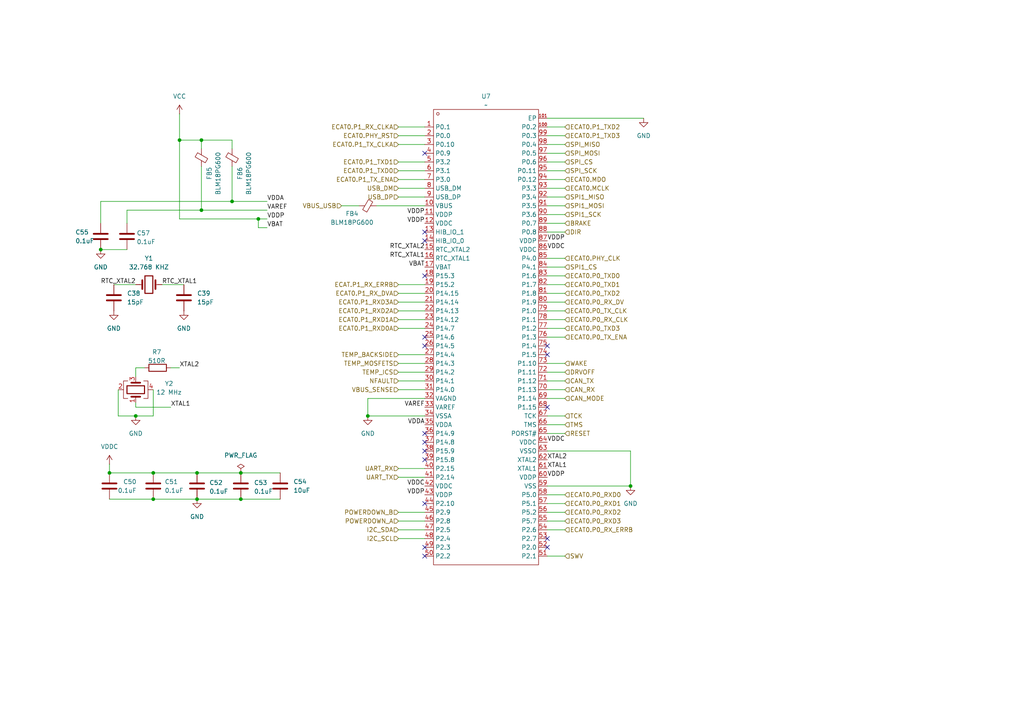
<source format=kicad_sch>
(kicad_sch (version 20231120) (generator "eeschema") (generator_version "8.0")
  (paper "A4")
  (lib_symbols
    (symbol "Device:C" (pin_numbers hide) (pin_names (offset 0.254))
      (property "Reference" "C" (at 0.635 2.54 0))
      (property "Value" "C" (at 0.635 -2.54 0))
      (symbol "C_0_1"
        (polyline (pts (xy -2.032 -0.762) (xy 2.032 -0.762)) (stroke (width 0.508)))
        (polyline (pts (xy -2.032 0.762) (xy 2.032 0.762)) (stroke (width 0.508)))
      )
      (symbol "C_1_1"
        (pin passive line (at 0 3.81 270) (length 2.794) (name "~") (number "1"))
        (pin passive line (at 0 -3.81 90) (length 2.794) (name "~") (number "2"))
      )
    )
    (symbol "Device:Crystal" (pin_numbers hide) (pin_names (offset 1.016) hide)
      (property "Reference" "Y" (at 0 3.81 0))
      (property "Value" "Crystal" (at 0 -3.81 0))
      (symbol "Crystal_0_1"
        (rectangle (start -1.143 2.54) (end 1.143 -2.54) (stroke (width 0.3048)))
        (polyline (pts (xy -2.54 0) (xy -1.905 0)))
        (polyline (pts (xy -1.905 -1.27) (xy -1.905 1.27)) (stroke (width 0.508)))
        (polyline (pts (xy 1.905 -1.27) (xy 1.905 1.27)) (stroke (width 0.508)))
        (polyline (pts (xy 2.54 0) (xy 1.905 0)))
      )
      (symbol "Crystal_1_1"
        (pin passive line (at -3.81 0 0) (length 1.27) (name "1") (number "1"))
        (pin passive line (at 3.81 0 180) (length 1.27) (name "2") (number "2"))
      )
    )
    (symbol "Device:Crystal_GND24" (pin_names (offset 1.016) hide)
      (property "Reference" "Y" (at 3.175 5.08 0))
      (property "Value" "Crystal_GND24" (at 3.175 3.175 0))
      (symbol "Crystal_GND24_0_1"
        (rectangle (start -1.143 2.54) (end 1.143 -2.54) (stroke (width 0.3048)))
        (polyline (pts (xy -2.54 0) (xy -2.032 0)))
        (polyline (pts (xy -2.032 -1.27) (xy -2.032 1.27)) (stroke (width 0.508)))
        (polyline (pts (xy 0 -3.81) (xy 0 -3.556)))
        (polyline (pts (xy 0 3.556) (xy 0 3.81)))
        (polyline (pts (xy 2.032 -1.27) (xy 2.032 1.27)) (stroke (width 0.508)))
        (polyline (pts (xy 2.032 0) (xy 2.54 0)))
        (polyline (pts (xy -2.54 -2.286) (xy -2.54 -3.556) (xy 2.54 -3.556) (xy 2.54 -2.286)))
        (polyline (pts (xy -2.54 2.286) (xy -2.54 3.556) (xy 2.54 3.556) (xy 2.54 2.286)))
      )
      (symbol "Crystal_GND24_1_1"
        (pin passive line (at -3.81 0 0) (length 1.27) (name "1") (number "1"))
        (pin passive line (at 0 5.08 270) (length 1.27) (name "2") (number "2"))
        (pin passive line (at 3.81 0 180) (length 1.27) (name "3") (number "3"))
        (pin passive line (at 0 -5.08 90) (length 1.27) (name "4") (number "4"))
      )
    )
    (symbol "Device:FerriteBead_Small" (pin_numbers hide) (pin_names (offset 0))
      (property "Reference" "FB" (at 1.905 1.27 0))
      (property "Value" "FerriteBead_Small" (at 1.905 -1.27 0))
      (symbol "FerriteBead_Small_0_1"
        (polyline (pts (xy 0 -1.27) (xy 0 -0.7874)))
        (polyline (pts (xy 0 0.889) (xy 0 1.2954)))
        (polyline (pts (xy -1.8288 0.2794) (xy -1.1176 1.4986) (xy 1.8288 -0.2032) (xy 1.1176 -1.4224) (xy -1.8288 0.2794)))
      )
      (symbol "FerriteBead_Small_1_1"
        (pin passive line (at 0 2.54 270) (length 1.27) (name "~") (number "1"))
        (pin passive line (at 0 -2.54 90) (length 1.27) (name "~") (number "2"))
      )
    )
    (symbol "Device:R" (pin_numbers hide) (pin_names (offset 0))
      (property "Reference" "R" (at 2.032 0 90))
      (property "Value" "R" (at 0 0 90))
      (symbol "R_0_1"
        (rectangle (start -1.016 -2.54) (end 1.016 2.54) (stroke (width 0.254)))
      )
      (symbol "R_1_1"
        (pin passive line (at 0 3.81 270) (length 1.27) (name "~") (number "1"))
        (pin passive line (at 0 -3.81 90) (length 1.27) (name "~") (number "2"))
      )
    )
    (symbol "XMC4800:XMC4800F100K1024AAXQMA1"
      (property "Reference" "U" (at 0 0 0))
      (symbol "XMC4800F100K1024AAXQMA1_1_0"
        (rectangle (start -15.24 -66.04) (end 15.24 66.04))
        (circle (center -13.97 64.77) (radius 0.381))
        (pin passive line (at -17.78 60.96 0) (length 2.54) (name "P0.1") (number "1"))
        (pin passive line (at -17.78 38.1 0) (length 2.54) (name "VBUS") (number "10"))
        (pin passive line (at 17.78 60.96 180) (length 2.54) (name "P0.2") (number "100"))
        (pin passive line (at 17.78 63.5 180) (length 2.54) (name "EP") (number "101"))
        (pin passive line (at -17.78 35.56 0) (length 2.54) (name "VDDP") (number "11"))
        (pin passive line (at -17.78 33.02 0) (length 2.54) (name "VDDC") (number "12"))
        (pin passive line (at -17.78 30.48 0) (length 2.54) (name "HIB_IO_1") (number "13"))
        (pin passive line (at -17.78 27.94 0) (length 2.54) (name "HIB_IO_0") (number "14"))
        (pin passive line (at -17.78 25.4 0) (length 2.54) (name "RTC_XTAL2") (number "15"))
        (pin passive line (at -17.78 22.86 0) (length 2.54) (name "RTC_XTAL1") (number "16"))
        (pin passive line (at -17.78 20.32 0) (length 2.54) (name "VBAT") (number "17"))
        (pin passive line (at -17.78 17.78 0) (length 2.54) (name "P15.3") (number "18"))
        (pin passive line (at -17.78 15.24 0) (length 2.54) (name "P15.2") (number "19"))
        (pin passive line (at -17.78 58.42 0) (length 2.54) (name "P0.0") (number "2"))
        (pin passive line (at -17.78 12.7 0) (length 2.54) (name "P14.15") (number "20"))
        (pin passive line (at -17.78 10.16 0) (length 2.54) (name "P14.14") (number "21"))
        (pin passive line (at -17.78 7.62 0) (length 2.54) (name "P14.13") (number "22"))
        (pin passive line (at -17.78 5.08 0) (length 2.54) (name "P14.12") (number "23"))
        (pin passive line (at -17.78 2.54 0) (length 2.54) (name "P14.7") (number "24"))
        (pin passive line (at -17.78 0 0) (length 2.54) (name "P14.6") (number "25"))
        (pin passive line (at -17.78 -2.54 0) (length 2.54) (name "P14.5") (number "26"))
        (pin passive line (at -17.78 -5.08 0) (length 2.54) (name "P14.4") (number "27"))
        (pin passive line (at -17.78 -7.62 0) (length 2.54) (name "P14.3") (number "28"))
        (pin passive line (at -17.78 -10.16 0) (length 2.54) (name "P14.2") (number "29"))
        (pin passive line (at -17.78 55.88 0) (length 2.54) (name "P0.10") (number "3"))
        (pin passive line (at -17.78 -12.7 0) (length 2.54) (name "P14.1") (number "30"))
        (pin passive line (at -17.78 -15.24 0) (length 2.54) (name "P14.0") (number "31"))
        (pin passive line (at -17.78 -17.78 0) (length 2.54) (name "VAGND") (number "32"))
        (pin passive line (at -17.78 -20.32 0) (length 2.54) (name "VAREF") (number "33"))
        (pin passive line (at -17.78 -22.86 0) (length 2.54) (name "VSSA") (number "34"))
        (pin passive line (at -17.78 -25.4 0) (length 2.54) (name "VDDA") (number "35"))
        (pin passive line (at -17.78 -27.94 0) (length 2.54) (name "P14.9") (number "36"))
        (pin passive line (at -17.78 -30.48 0) (length 2.54) (name "P14.8") (number "37"))
        (pin passive line (at -17.78 -33.02 0) (length 2.54) (name "P15.9") (number "38"))
        (pin passive line (at -17.78 -35.56 0) (length 2.54) (name "P15.8") (number "39"))
        (pin passive line (at -17.78 53.34 0) (length 2.54) (name "P0.9") (number "4"))
        (pin passive line (at -17.78 -38.1 0) (length 2.54) (name "P2.15") (number "40"))
        (pin passive line (at -17.78 -40.64 0) (length 2.54) (name "P2.14") (number "41"))
        (pin passive line (at -17.78 -43.18 0) (length 2.54) (name "VDDC") (number "42"))
        (pin passive line (at -17.78 -45.72 0) (length 2.54) (name "VDDP") (number "43"))
        (pin passive line (at -17.78 -48.26 0) (length 2.54) (name "P2.10") (number "44"))
        (pin passive line (at -17.78 -50.8 0) (length 2.54) (name "P2.9") (number "45"))
        (pin passive line (at -17.78 -53.34 0) (length 2.54) (name "P2.8") (number "46"))
        (pin passive line (at -17.78 -55.88 0) (length 2.54) (name "P2.5") (number "47"))
        (pin passive line (at -17.78 -58.42 0) (length 2.54) (name "P2.4") (number "48"))
        (pin passive line (at -17.78 -60.96 0) (length 2.54) (name "P2.3") (number "49"))
        (pin passive line (at -17.78 50.8 0) (length 2.54) (name "P3.2") (number "5"))
        (pin passive line (at -17.78 -63.5 0) (length 2.54) (name "P2.2") (number "50"))
        (pin passive line (at 17.78 -63.5 180) (length 2.54) (name "P2.1") (number "51"))
        (pin passive line (at 17.78 -60.96 180) (length 2.54) (name "P2.0") (number "52"))
        (pin passive line (at 17.78 -58.42 180) (length 2.54) (name "P2.7") (number "53"))
        (pin passive line (at 17.78 -55.88 180) (length 2.54) (name "P2.6") (number "54"))
        (pin passive line (at 17.78 -53.34 180) (length 2.54) (name "P5.7") (number "55"))
        (pin passive line (at 17.78 -50.8 180) (length 2.54) (name "P5.2") (number "56"))
        (pin passive line (at 17.78 -48.26 180) (length 2.54) (name "P5.1") (number "57"))
        (pin passive line (at 17.78 -45.72 180) (length 2.54) (name "P5.0") (number "58"))
        (pin passive line (at 17.78 -43.18 180) (length 2.54) (name "VSS") (number "59"))
        (pin passive line (at -17.78 48.26 0) (length 2.54) (name "P3.1") (number "6"))
        (pin passive line (at 17.78 -40.64 180) (length 2.54) (name "VDDP") (number "60"))
        (pin passive line (at 17.78 -38.1 180) (length 2.54) (name "XTAL1") (number "61"))
        (pin passive line (at 17.78 -35.56 180) (length 2.54) (name "XTAL2") (number "62"))
        (pin passive line (at 17.78 -33.02 180) (length 2.54) (name "VSSO") (number "63"))
        (pin passive line (at 17.78 -30.48 180) (length 2.54) (name "VDDC") (number "64"))
        (pin passive line (at 17.78 -27.94 180) (length 2.54) (name "PORST#") (number "65"))
        (pin passive line (at 17.78 -25.4 180) (length 2.54) (name "TMS") (number "66"))
        (pin passive line (at 17.78 -22.86 180) (length 2.54) (name "TCK") (number "67"))
        (pin passive line (at 17.78 -20.32 180) (length 2.54) (name "P1.15") (number "68"))
        (pin passive line (at 17.78 -17.78 180) (length 2.54) (name "P1.14") (number "69"))
        (pin passive line (at -17.78 45.72 0) (length 2.54) (name "P3.0") (number "7"))
        (pin passive line (at 17.78 -15.24 180) (length 2.54) (name "P1.13") (number "70"))
        (pin passive line (at 17.78 -12.7 180) (length 2.54) (name "P1.12") (number "71"))
        (pin passive line (at 17.78 -10.16 180) (length 2.54) (name "P1.11") (number "72"))
        (pin passive line (at 17.78 -7.62 180) (length 2.54) (name "P1.10") (number "73"))
        (pin passive line (at 17.78 -5.08 180) (length 2.54) (name "P1.5") (number "74"))
        (pin passive line (at 17.78 -2.54 180) (length 2.54) (name "P1.4") (number "75"))
        (pin passive line (at 17.78 0 180) (length 2.54) (name "P1.3") (number "76"))
        (pin passive line (at 17.78 2.54 180) (length 2.54) (name "P1.2") (number "77"))
        (pin passive line (at 17.78 5.08 180) (length 2.54) (name "P1.1") (number "78"))
        (pin passive line (at 17.78 7.62 180) (length 2.54) (name "P1.0") (number "79"))
        (pin passive line (at -17.78 43.18 0) (length 2.54) (name "USB_DM") (number "8"))
        (pin passive line (at 17.78 10.16 180) (length 2.54) (name "P1.9") (number "80"))
        (pin passive line (at 17.78 12.7 180) (length 2.54) (name "P1.8") (number "81"))
        (pin passive line (at 17.78 15.24 180) (length 2.54) (name "P1.7") (number "82"))
        (pin passive line (at 17.78 17.78 180) (length 2.54) (name "P1.6") (number "83"))
        (pin passive line (at 17.78 20.32 180) (length 2.54) (name "P4.1") (number "84"))
        (pin passive line (at 17.78 22.86 180) (length 2.54) (name "P4.0") (number "85"))
        (pin passive line (at 17.78 25.4 180) (length 2.54) (name "VDDC") (number "86"))
        (pin passive line (at 17.78 27.94 180) (length 2.54) (name "VDDP") (number "87"))
        (pin passive line (at 17.78 30.48 180) (length 2.54) (name "P0.8") (number "88"))
        (pin passive line (at 17.78 33.02 180) (length 2.54) (name "P0.7") (number "89"))
        (pin passive line (at -17.78 40.64 0) (length 2.54) (name "USB_DP") (number "9"))
        (pin passive line (at 17.78 35.56 180) (length 2.54) (name "P3.6") (number "90"))
        (pin passive line (at 17.78 38.1 180) (length 2.54) (name "P3.5") (number "91"))
        (pin passive line (at 17.78 40.64 180) (length 2.54) (name "P3.4") (number "92"))
        (pin passive line (at 17.78 43.18 180) (length 2.54) (name "P3.3") (number "93"))
        (pin passive line (at 17.78 45.72 180) (length 2.54) (name "P0.12") (number "94"))
        (pin passive line (at 17.78 48.26 180) (length 2.54) (name "P0.11") (number "95"))
        (pin passive line (at 17.78 50.8 180) (length 2.54) (name "P0.6") (number "96"))
        (pin passive line (at 17.78 53.34 180) (length 2.54) (name "P0.5") (number "97"))
        (pin passive line (at 17.78 55.88 180) (length 2.54) (name "P0.4") (number "98"))
        (pin passive line (at 17.78 58.42 180) (length 2.54) (name "P0.3") (number "99"))
      )
    )
    (symbol "power:GND" (power) (pin_numbers hide) (pin_names (offset 0) hide)
      (property "Value" "GND" (at 0 -3.81 0))
      (symbol "GND_0_1"
        (polyline (pts (xy 0 0) (xy 0 -1.27) (xy 1.27 -1.27) (xy 0 -2.54) (xy -1.27 -1.27) (xy 0 -1.27)))
      )
      (symbol "GND_1_1"
        (pin power_in line (at 0 0 270) (length 0) (name "~") (number "1"))
      )
    )
    (symbol "power:PWR_FLAG" (power) (pin_numbers hide) (pin_names (offset 0) hide)
      (property "Value" "PWR_FLAG" (at 0 3.81 0))
      (symbol "PWR_FLAG_0_0"
        (pin power_out line (at 0 0 90) (length 0) (name "~") (number "1"))
      )
      (symbol "PWR_FLAG_0_1"
        (polyline (pts (xy 0 0) (xy 0 1.27) (xy -1.016 1.905) (xy 0 2.54) (xy 1.016 1.905) (xy 0 1.27)))
      )
    )
    (symbol "power:VCC" (power) (pin_numbers hide) (pin_names (offset 0) hide)
      (property "Value" "VCC" (at 0 3.556 0))
      (symbol "VCC_0_1"
        (polyline (pts (xy -0.762 1.27) (xy 0 2.54)))
        (polyline (pts (xy 0 0) (xy 0 2.54)))
        (polyline (pts (xy 0 2.54) (xy 0.762 1.27)))
      )
      (symbol "VCC_1_1"
        (pin power_in line (at 0 0 90) (length 0) (name "~") (number "1"))
      )
    )
    (symbol "power:VDD" (power) (pin_numbers hide) (pin_names (offset 0) hide)
      (property "Value" "VDD" (at 0 3.556 0))
      (symbol "VDD_0_1"
        (polyline (pts (xy -0.762 1.27) (xy 0 2.54)))
        (polyline (pts (xy 0 0) (xy 0 2.54)))
        (polyline (pts (xy 0 2.54) (xy 0.762 1.27)))
      )
      (symbol "VDD_1_1"
        (pin power_in line (at 0 0 90) (length 0) (name "~") (number "1"))
      )
    )
  )
  (junction (at 44.45 144.78))
  (junction (at 106.68 120.65))
  (junction (at 57.15 144.78))
  (junction (at 31.75 137.16))
  (junction (at 67.31 58.42))
  (junction (at 39.37 120.65))
  (junction (at 58.42 40.64))
  (junction (at 44.45 137.16))
  (junction (at 182.88 140.97))
  (junction (at 58.42 60.96))
  (junction (at 69.85 144.78))
  (junction (at 57.15 137.16))
  (junction (at 52.07 40.64))
  (junction (at 69.85 137.16))
  (junction (at 74.93 63.5))
  (junction (at 29.21 72.39))
  (no_connect (at 123.19 100.33))
  (no_connect (at 123.19 80.01))
  (no_connect (at 123.19 97.79))
  (no_connect (at 123.19 146.05))
  (no_connect (at 123.19 128.27))
  (no_connect (at 123.19 130.81))
  (no_connect (at 123.19 67.31))
  (no_connect (at 158.75 100.33))
  (no_connect (at 123.19 125.73))
  (no_connect (at 158.75 118.11))
  (no_connect (at 123.19 161.29))
  (no_connect (at 123.19 133.35))
  (no_connect (at 158.75 156.21))
  (no_connect (at 123.19 158.75))
  (no_connect (at 158.75 102.87))
  (no_connect (at 158.75 158.75))
  (no_connect (at 123.19 44.45))
  (no_connect (at 123.19 69.85))
  (wire (pts (xy 29.21 72.39) (xy 36.83 72.39)))
  (wire (pts (xy 163.83 97.79) (xy 158.75 97.79)))
  (wire (pts (xy 115.57 54.61) (xy 123.19 54.61)))
  (wire (pts (xy 115.57 95.25) (xy 123.19 95.25)))
  (wire (pts (xy 99.06 59.69) (xy 104.14 59.69)))
  (wire (pts (xy 163.83 113.03) (xy 158.75 113.03)))
  (wire (pts (xy 46.99 82.55) (xy 53.34 82.55)))
  (wire (pts (xy 29.21 58.42) (xy 67.31 58.42)))
  (wire (pts (xy 36.83 60.96) (xy 58.42 60.96)))
  (wire (pts (xy 34.29 113.03) (xy 34.29 120.65)))
  (wire (pts (xy 115.57 82.55) (xy 123.19 82.55)))
  (wire (pts (xy 58.42 48.26) (xy 58.42 60.96)))
  (wire (pts (xy 163.83 59.69) (xy 158.75 59.69)))
  (wire (pts (xy 115.57 41.91) (xy 123.19 41.91)))
  (wire (pts (xy 39.37 120.65) (xy 44.45 120.65)))
  (wire (pts (xy 163.83 161.29) (xy 158.75 161.29)))
  (wire (pts (xy 39.37 106.68) (xy 41.91 106.68)))
  (wire (pts (xy 158.75 140.97) (xy 182.88 140.97)))
  (wire (pts (xy 163.83 49.53) (xy 158.75 49.53)))
  (wire (pts (xy 163.83 80.01) (xy 158.75 80.01)))
  (wire (pts (xy 115.57 107.95) (xy 123.19 107.95)))
  (wire (pts (xy 115.57 135.89) (xy 123.19 135.89)))
  (wire (pts (xy 115.57 156.21) (xy 123.19 156.21)))
  (wire (pts (xy 163.83 36.83) (xy 158.75 36.83)))
  (wire (pts (xy 115.57 49.53) (xy 123.19 49.53)))
  (wire (pts (xy 115.57 148.59) (xy 123.19 148.59)))
  (wire (pts (xy 74.93 63.5) (xy 74.93 66.04)))
  (wire (pts (xy 31.75 134.62) (xy 31.75 137.16)))
  (wire (pts (xy 74.93 63.5) (xy 77.47 63.5)))
  (wire (pts (xy 115.57 52.07) (xy 123.19 52.07)))
  (wire (pts (xy 39.37 118.11) (xy 49.53 118.11)))
  (wire (pts (xy 163.83 82.55) (xy 158.75 82.55)))
  (wire (pts (xy 115.57 90.17) (xy 123.19 90.17)))
  (wire (pts (xy 163.83 107.95) (xy 158.75 107.95)))
  (wire (pts (xy 115.57 105.41) (xy 123.19 105.41)))
  (wire (pts (xy 52.07 40.64) (xy 52.07 63.5)))
  (wire (pts (xy 163.83 67.31) (xy 158.75 67.31)))
  (wire (pts (xy 163.83 90.17) (xy 158.75 90.17)))
  (wire (pts (xy 115.57 85.09) (xy 123.19 85.09)))
  (wire (pts (xy 163.83 105.41) (xy 158.75 105.41)))
  (wire (pts (xy 163.83 64.77) (xy 158.75 64.77)))
  (wire (pts (xy 163.83 44.45) (xy 158.75 44.45)))
  (wire (pts (xy 163.83 57.15) (xy 158.75 57.15)))
  (wire (pts (xy 58.42 60.96) (xy 77.47 60.96)))
  (wire (pts (xy 106.68 115.57) (xy 106.68 120.65)))
  (wire (pts (xy 58.42 40.64) (xy 67.31 40.64)))
  (wire (pts (xy 163.83 95.25) (xy 158.75 95.25)))
  (wire (pts (xy 69.85 137.16) (xy 81.28 137.16)))
  (wire (pts (xy 163.83 120.65) (xy 158.75 120.65)))
  (wire (pts (xy 163.83 92.71) (xy 158.75 92.71)))
  (wire (pts (xy 115.57 151.13) (xy 123.19 151.13)))
  (wire (pts (xy 44.45 120.65) (xy 44.45 113.03)))
  (wire (pts (xy 163.83 153.67) (xy 158.75 153.67)))
  (wire (pts (xy 115.57 153.67) (xy 123.19 153.67)))
  (wire (pts (xy 58.42 40.64) (xy 58.42 43.18)))
  (wire (pts (xy 29.21 58.42) (xy 29.21 64.77)))
  (wire (pts (xy 67.31 40.64) (xy 67.31 43.18)))
  (wire (pts (xy 106.68 120.65) (xy 123.19 120.65)))
  (wire (pts (xy 52.07 40.64) (xy 58.42 40.64)))
  (wire (pts (xy 115.57 57.15) (xy 123.19 57.15)))
  (wire (pts (xy 57.15 144.78) (xy 69.85 144.78)))
  (wire (pts (xy 163.83 110.49) (xy 158.75 110.49)))
  (wire (pts (xy 57.15 137.16) (xy 69.85 137.16)))
  (wire (pts (xy 44.45 137.16) (xy 57.15 137.16)))
  (wire (pts (xy 34.29 120.65) (xy 39.37 120.65)))
  (wire (pts (xy 163.83 41.91) (xy 158.75 41.91)))
  (wire (pts (xy 44.45 144.78) (xy 57.15 144.78)))
  (wire (pts (xy 115.57 113.03) (xy 123.19 113.03)))
  (wire (pts (xy 182.88 130.81) (xy 182.88 140.97)))
  (wire (pts (xy 163.83 148.59) (xy 158.75 148.59)))
  (wire (pts (xy 163.83 46.99) (xy 158.75 46.99)))
  (wire (pts (xy 163.83 123.19) (xy 158.75 123.19)))
  (wire (pts (xy 163.83 146.05) (xy 158.75 146.05)))
  (wire (pts (xy 115.57 36.83) (xy 123.19 36.83)))
  (wire (pts (xy 163.83 143.51) (xy 158.75 143.51)))
  (wire (pts (xy 115.57 138.43) (xy 123.19 138.43)))
  (wire (pts (xy 123.19 115.57) (xy 106.68 115.57)))
  (wire (pts (xy 52.07 106.68) (xy 49.53 106.68)))
  (wire (pts (xy 115.57 87.63) (xy 123.19 87.63)))
  (wire (pts (xy 163.83 39.37) (xy 158.75 39.37)))
  (wire (pts (xy 67.31 48.26) (xy 67.31 58.42)))
  (wire (pts (xy 163.83 151.13) (xy 158.75 151.13)))
  (wire (pts (xy 115.57 92.71) (xy 123.19 92.71)))
  (wire (pts (xy 31.75 137.16) (xy 44.45 137.16)))
  (wire (pts (xy 163.83 77.47) (xy 158.75 77.47)))
  (wire (pts (xy 158.75 34.29) (xy 186.69 34.29)))
  (wire (pts (xy 163.83 62.23) (xy 158.75 62.23)))
  (wire (pts (xy 67.31 58.42) (xy 77.47 58.42)))
  (wire (pts (xy 163.83 74.93) (xy 158.75 74.93)))
  (wire (pts (xy 163.83 115.57) (xy 158.75 115.57)))
  (wire (pts (xy 163.83 54.61) (xy 158.75 54.61)))
  (wire (pts (xy 52.07 63.5) (xy 74.93 63.5)))
  (wire (pts (xy 115.57 102.87) (xy 123.19 102.87)))
  (wire (pts (xy 163.83 52.07) (xy 158.75 52.07)))
  (wire (pts (xy 163.83 125.73) (xy 158.75 125.73)))
  (wire (pts (xy 158.75 130.81) (xy 182.88 130.81)))
  (wire (pts (xy 74.93 66.04) (xy 77.47 66.04)))
  (wire (pts (xy 69.85 144.78) (xy 81.28 144.78)))
  (wire (pts (xy 163.83 85.09) (xy 158.75 85.09)))
  (wire (pts (xy 163.83 87.63) (xy 158.75 87.63)))
  (wire (pts (xy 39.37 116.84) (xy 39.37 118.11)))
  (wire (pts (xy 115.57 110.49) (xy 123.19 110.49)))
  (wire (pts (xy 31.75 144.78) (xy 44.45 144.78)))
  (wire (pts (xy 115.57 39.37) (xy 123.19 39.37)))
  (wire (pts (xy 109.22 59.69) (xy 123.19 59.69)))
  (wire (pts (xy 52.07 33.02) (xy 52.07 40.64)))
  (wire (pts (xy 36.83 60.96) (xy 36.83 64.77)))
  (wire (pts (xy 115.57 46.99) (xy 123.19 46.99)))
  (wire (pts (xy 33.02 82.55) (xy 39.37 82.55)))
  (wire (pts (xy 39.37 109.22) (xy 39.37 106.68)))
  (label "XTAL1" (at 49.53 118.11 0))
  (label "VDDP" (at 123.19 62.23 180))
  (label "VDDP" (at 77.47 63.5 0))
  (label "VDDC" (at 158.75 72.39 0))
  (label "RTC_XTAL2" (at 123.19 72.39 180))
  (label "XTAL1" (at 158.75 135.89 0))
  (label "VAREF" (at 123.19 118.11 180))
  (label "VDDP" (at 123.19 143.51 180))
  (label "VBAT" (at 123.19 77.47 180))
  (label "RTC_XTAL2" (at 39.37 82.55 180))
  (label "VDDP" (at 123.19 64.77 180))
  (label "VAREF" (at 77.47 60.96 0))
  (label "RTC_XTAL1" (at 46.99 82.55 0))
  (label "VBAT" (at 77.47 66.04 0))
  (label "VDDP" (at 158.75 69.85 0))
  (label "VDDC" (at 123.19 140.97 180))
  (label "VDDC" (at 158.75 128.27 0))
  (label "VDDP" (at 158.75 138.43 0))
  (label "RTC_XTAL1" (at 123.19 74.93 180))
  (label "XTAL2" (at 158.75 133.35 0))
  (label "VDDA" (at 123.19 123.19 180))
  (label "VDDA" (at 77.47 58.42 0))
  (label "XTAL2" (at 52.07 106.68 0))
  (hierarchical_label "ECAT0.P0_RXD3" (shape input) (at 163.83 151.13 0))
  (hierarchical_label "ECAT0.P0_TXD0" (shape input) (at 163.83 80.01 0))
  (hierarchical_label "ECAT0.P0_TXD3" (shape input) (at 163.83 95.25 0))
  (hierarchical_label "ECAT0.P0_RX_ERRB" (shape input) (at 163.83 153.67 0))
  (hierarchical_label "TMS" (shape input) (at 163.83 123.19 0))
  (hierarchical_label "I2C_SCL" (shape input) (at 115.57 156.21 180))
  (hierarchical_label "ECAT0.P0_RXD2" (shape input) (at 163.83 148.59 0))
  (hierarchical_label "ECAT0.P0_TXD2" (shape input) (at 163.83 85.09 0))
  (hierarchical_label "ECAT0.P0_RX_DV" (shape input) (at 163.83 87.63 0))
  (hierarchical_label "UART_RX" (shape input) (at 115.57 135.89 180))
  (hierarchical_label "CAN_RX" (shape input) (at 163.83 113.03 0))
  (hierarchical_label "NFAULT" (shape input) (at 115.57 110.49 180))
  (hierarchical_label "TEMP_BACKSIDE" (shape input) (at 115.57 102.87 180))
  (hierarchical_label "ECAT0.MDO" (shape input) (at 163.83 52.07 0))
  (hierarchical_label "ECAT0.P0_TXD1" (shape input) (at 163.83 82.55 0))
  (hierarchical_label "ECAT0.P0_TX_ENA" (shape input) (at 163.83 97.79 0))
  (hierarchical_label "ECAT.P1_RX_ERRB" (shape input) (at 115.57 82.55 180))
  (hierarchical_label "SPI_MISO" (shape input) (at 163.83 41.91 0))
  (hierarchical_label "TCK" (shape input) (at 163.83 120.65 0))
  (hierarchical_label "ECAT0.P0_RXD0" (shape input) (at 163.83 143.51 0))
  (hierarchical_label "SPI_CS" (shape input) (at 163.83 46.99 0))
  (hierarchical_label "CAN_MODE" (shape input) (at 163.83 115.57 0))
  (hierarchical_label "ECAT0.P0_TX_CLK" (shape input) (at 163.83 90.17 0))
  (hierarchical_label "ECAT0.P0_RX_CLK" (shape input) (at 163.83 92.71 0))
  (hierarchical_label "SPI1_SCK" (shape input) (at 163.83 62.23 0))
  (hierarchical_label "POWERDOWN_B" (shape input) (at 115.57 148.59 180))
  (hierarchical_label "TEMP_MOSFETS" (shape input) (at 115.57 105.41 180))
  (hierarchical_label "DIR" (shape input) (at 163.83 67.31 0))
  (hierarchical_label "RESET" (shape input) (at 163.83 125.73 0))
  (hierarchical_label "SPI1_CS" (shape input) (at 163.83 77.47 0))
  (hierarchical_label "VBUS_USB" (shape input) (at 99.06 59.69 180))
  (hierarchical_label "DRVOFF" (shape input) (at 163.83 107.95 0))
  (hierarchical_label "ECAT0.P1_TXD2" (shape input) (at 163.83 36.83 0))
  (hierarchical_label "ECAT0.P1_TXD1" (shape input) (at 115.57 46.99 180))
  (hierarchical_label "WAKE" (shape input) (at 163.83 105.41 0))
  (hierarchical_label "ECAT0.P1_TXD0" (shape input) (at 115.57 49.53 180))
  (hierarchical_label "ECAT0.P1_RXD0A" (shape input) (at 115.57 95.25 180))
  (hierarchical_label "BRAKE" (shape input) (at 163.83 64.77 0))
  (hierarchical_label "ECAT0.PHY_CLK" (shape input) (at 163.83 74.93 0))
  (hierarchical_label "CAN_TX" (shape input) (at 163.83 110.49 0))
  (hierarchical_label "ECAT0.P1_TX_ENA" (shape input) (at 115.57 52.07 180))
  (hierarchical_label "ECAT0.P1_RXD2A" (shape input) (at 115.57 90.17 180))
  (hierarchical_label "SWV" (shape input) (at 163.83 161.29 0))
  (hierarchical_label "ECAT0.P1_RXD3A" (shape input) (at 115.57 87.63 180))
  (hierarchical_label "ECAT0.P1_TX_CLKA" (shape input) (at 115.57 41.91 180))
  (hierarchical_label "ECAT0.P1_RX_CLKA" (shape input) (at 115.57 36.83 180))
  (hierarchical_label "ECAT0.P1_RXD1A" (shape input) (at 115.57 92.71 180))
  (hierarchical_label "ECAT0.PHY_RST" (shape input) (at 115.57 39.37 180))
  (hierarchical_label "I2C_SDA" (shape input) (at 115.57 153.67 180))
  (hierarchical_label "ECAT0.MCLK" (shape input) (at 163.83 54.61 0))
  (hierarchical_label "UART_TX" (shape input) (at 115.57 138.43 180))
  (hierarchical_label "SPI_SCK" (shape input) (at 163.83 49.53 0))
  (hierarchical_label "SPI_MOSI" (shape input) (at 163.83 44.45 0))
  (hierarchical_label "SPI1_MOSI" (shape input) (at 163.83 59.69 0))
  (hierarchical_label "USB_DM" (shape input) (at 115.57 54.61 180))
  (hierarchical_label "SPI1_MISO" (shape input) (at 163.83 57.15 0))
  (hierarchical_label "ECAT0.P0_RXD1" (shape input) (at 163.83 146.05 0))
  (hierarchical_label "POWERDOWN_A" (shape input) (at 115.57 151.13 180))
  (hierarchical_label "ECAT0.P1_TXD3" (shape input) (at 163.83 39.37 0))
  (hierarchical_label "ECAT0.P1_RX_DVA" (shape input) (at 115.57 85.09 180))
  (hierarchical_label "VBUS_SENSE" (shape input) (at 115.57 113.03 180))
  (hierarchical_label "TEMP_ICS" (shape input) (at 115.57 107.95 180))
  (hierarchical_label "USB_DP" (shape input) (at 115.57 57.15 180))
  (symbol (lib_id "Device:C") (at 31.75 140.97 0) (mirror y) (unit 1)
    (property "Reference" "C50" (at 39.624 140.462 0) (effects (justify left bottom)))
    (property "Value" "${CAPACITANCE}" (at 39.624 143.002 0) (effects (justify left bottom)))
    (property "Footprint" "Capacitor_SMD:C_0603_1608Metric" (effects (hide yes)))
    (property "Description" "CAP CER 0.1UF 50V X7R 0603" (effects (hide yes)))
    (property "SUPPLIER 1" "Digi-Key" (effects (hide yes)))
    (property "SUPPLIER PART NUMBER 1" "490-1519-2-ND" (effects (hide yes)))
    (property "MANUFACTURER" "Murata Electronics North America" (effects (hide yes)))
    (property "MANUFACTURER PART NUMBER" "GRM188R71H104KA93D" (effects (hide yes)))
    (property "ROHS" "RoHS Compliant" (effects (hide yes)))
    (property "CATEGORY" "Capacitors" (effects (hide yes)))
    (property "PRICING 1" "4000=0.01822, 8000=0.01663, 12000=0.01584 (USD)" (effects (hide yes)))
    (property "PACKAGING" "Tape & Reel (TR)" (effects (hide yes)))
    (property "CAPACITANCE" "0.1uF" (effects (hide yes)))
    (property "TOLERANCE" "±10%" (effects (hide yes)))
    (property "VOLTAGE - RATED" "50V" (effects (hide yes)))
    (property "TEMPERATURE COEFFICIENT" "X7R" (effects (hide yes)))
    (property "MOUNTING TYPE" "Surface Mount, MLCC" (effects (hide yes)))
    (property "OPERATING TEMPERATURE" "-55°C ~ 125°C" (effects (hide yes)))
    (property "APPLICATIONS" "General Purpose" (effects (hide yes)))
    (property "RATINGS" "-" (effects (hide yes)))
    (property "PACKAGE / CASE" "0603 (1608 Metric)" (effects (hide yes)))
    (property "SIZE / DIMENSION" "0.063\" L x 0.032\" W (1.60mm x 0.80mm)" (effects (hide yes)))
    (property "HEIGHT - SEATED (MAX)" "-" (effects (hide yes)))
    (property "THICKNESS (MAX)" "0.035\" (0.90mm)" (effects (hide yes)))
    (property "LEAD SPACING" "-" (effects (hide yes)))
    (property "FEATURES" "-" (effects (hide yes)))
    (property "LEAD STYLE" "-" (effects (hide yes)))
    (property "COMPONENTLINK1URL" "http://www.murata.com/~/media/webrenewal/support/library/catalog/products/capacitor/mlcc/c02e.ashx?la=en-us" (effects (hide yes)))
    (property "COMPONENTLINK1DESCRIPTION" "http://www.murata.com/~/media/webrenewal/support/library/catalog/products/capacitor/mlcc/c02e.ashx?la=en-us" (effects (hide yes)))
    (property "STOCK" "19812000" (effects (hide yes)))
    (property "PART STATUS" "Active" (effects (hide yes)))
    (property "SUPPLIER 2" "Digi-Key" (effects (hide yes)))
    (property "SUPPLIER PART NUMBER 2" "490-1519-1-ND" (effects (hide yes)))
    (property "PRICING 2" "1=0.12, 10=0.084, 100=0.0396, 500=0.02778, 1000=0.023 (USD)" (effects (hide yes)))
    (property "LCSC Part #" "C77055" (effects (hide yes)))
  )
  (symbol (lib_id "Device:C") (at 29.21 68.58 0) (unit 1)
    (property "Reference" "C55" (at 21.844 68.072 0) (effects (justify left bottom)))
    (property "Value" "${CAPACITANCE}" (at 21.844 70.612 0) (effects (justify left bottom)))
    (property "Footprint" "Capacitor_SMD:C_0603_1608Metric" (effects (hide yes)))
    (property "Description" "CAP CER 0.1UF 50V X7R 0603" (effects (hide yes)))
    (property "SUPPLIER 1" "Digi-Key" (effects (hide yes)))
    (property "SUPPLIER PART NUMBER 1" "490-1519-2-ND" (effects (hide yes)))
    (property "MANUFACTURER" "Murata Electronics North America" (effects (hide yes)))
    (property "MANUFACTURER PART NUMBER" "GRM188R71H104KA93D" (effects (hide yes)))
    (property "ROHS" "RoHS Compliant" (effects (hide yes)))
    (property "CATEGORY" "Capacitors" (effects (hide yes)))
    (property "PRICING 1" "4000=0.01822, 8000=0.01663, 12000=0.01584 (USD)" (effects (hide yes)))
    (property "PACKAGING" "Tape & Reel (TR)" (effects (hide yes)))
    (property "CAPACITANCE" "0.1uF" (effects (hide yes)))
    (property "TOLERANCE" "±10%" (effects (hide yes)))
    (property "VOLTAGE - RATED" "50V" (effects (hide yes)))
    (property "TEMPERATURE COEFFICIENT" "X7R" (effects (hide yes)))
    (property "MOUNTING TYPE" "Surface Mount, MLCC" (effects (hide yes)))
    (property "OPERATING TEMPERATURE" "-55°C ~ 125°C" (effects (hide yes)))
    (property "APPLICATIONS" "General Purpose" (effects (hide yes)))
    (property "RATINGS" "-" (effects (hide yes)))
    (property "PACKAGE / CASE" "0603 (1608 Metric)" (effects (hide yes)))
    (property "SIZE / DIMENSION" "0.063\" L x 0.032\" W (1.60mm x 0.80mm)" (effects (hide yes)))
    (property "HEIGHT - SEATED (MAX)" "-" (effects (hide yes)))
    (property "THICKNESS (MAX)" "0.035\" (0.90mm)" (effects (hide yes)))
    (property "LEAD SPACING" "-" (effects (hide yes)))
    (property "FEATURES" "-" (effects (hide yes)))
    (property "LEAD STYLE" "-" (effects (hide yes)))
    (property "COMPONENTLINK1URL" "http://www.murata.com/~/media/webrenewal/support/library/catalog/products/capacitor/mlcc/c02e.ashx?la=en-us" (effects (hide yes)))
    (property "COMPONENTLINK1DESCRIPTION" "http://www.murata.com/~/media/webrenewal/support/library/catalog/products/capacitor/mlcc/c02e.ashx?la=en-us" (effects (hide yes)))
    (property "STOCK" "19812000" (effects (hide yes)))
    (property "PART STATUS" "Active" (effects (hide yes)))
    (property "SUPPLIER 2" "Digi-Key" (effects (hide yes)))
    (property "SUPPLIER PART NUMBER 2" "490-1519-1-ND" (effects (hide yes)))
    (property "PRICING 2" "1=0.12, 10=0.084, 100=0.0396, 500=0.02778, 1000=0.023 (USD)" (effects (hide yes)))
    (property "LCSC Part #" "C77055" (effects (hide yes)))
  )
  (symbol (lib_id "Device:FerriteBead_Small") (at 67.31 45.72 180) (unit 1)
    (property "Reference" "FB6" (at 69.596 50.292 90))
    (property "Value" "BLM18PG600" (at 72.136 50.292 90))
    (property "Footprint" "Inductor_SMD:L_0603_1608Metric" (effects (hide yes)))
    (property "Description" "Ferrite bead, small symbol" (effects (hide yes)))
    (property "LCSC Part #" " C85834" (effects (hide yes)))
  )
  (symbol (lib_id "Device:Crystal") (at 43.18 82.55 0) (unit 1)
    (property "Reference" "Y1" (at 43.18 74.93 0))
    (property "Value" "32.768 KHZ" (at 43.18 77.47 0))
    (property "Footprint" "Crystal:Crystal_SMD_3215-2Pin_3.2x1.5mm" (effects (hide yes)))
    (property "Datasheet" "ABS07-32.768KHZ-T" (effects (hide yes)))
    (property "Description" "ABS07-32.768KHZ-T" (effects (hide yes)))
    (property "LCSC Part #" "C130253" (effects (hide yes)))
  )
  (symbol (lib_id "power:GND") (at 29.21 72.39 0) (unit 1)
    (property "Reference" "#PWR067" (effects (hide yes)))
    (property "Value" "GND" (at 29.21 77.47 0))
    (property "Description" "Power symbol creates a global label with name \"GND\" , ground" (effects (hide yes)))
  )
  (symbol (lib_id "Device:C") (at 53.34 86.36 0) (unit 1)
    (property "Reference" "C39" (at 57.15 85.0899 0) (effects (justify left)))
    (property "Value" "15pF" (at 57.15 87.6299 0) (effects (justify left)))
    (property "Footprint" "Capacitor_SMD:C_0402_1005Metric" (effects (hide yes)))
    (property "Description" "Unpolarized capacitor" (effects (hide yes)))
    (property "LCSC Part #" " C441742" (effects (hide yes)))
  )
  (symbol (lib_id "Device:C") (at 69.85 140.97 0) (unit 1)
    (property "Reference" "C53" (at 73.66 140.716 0) (effects (justify left bottom)))
    (property "Value" "${CAPACITANCE}" (at 73.66 143.256 0) (effects (justify left bottom)))
    (property "Footprint" "Capacitor_SMD:C_0603_1608Metric" (effects (hide yes)))
    (property "Description" "CAP CER 0.1UF 50V X7R 0603" (effects (hide yes)))
    (property "SUPPLIER 1" "Digi-Key" (effects (hide yes)))
    (property "SUPPLIER PART NUMBER 1" "490-1519-2-ND" (effects (hide yes)))
    (property "MANUFACTURER" "Murata Electronics North America" (effects (hide yes)))
    (property "MANUFACTURER PART NUMBER" "GRM188R71H104KA93D" (effects (hide yes)))
    (property "ROHS" "RoHS Compliant" (effects (hide yes)))
    (property "CATEGORY" "Capacitors" (effects (hide yes)))
    (property "PRICING 1" "4000=0.01822, 8000=0.01663, 12000=0.01584 (USD)" (effects (hide yes)))
    (property "PACKAGING" "Tape & Reel (TR)" (effects (hide yes)))
    (property "CAPACITANCE" "0.1uF" (effects (hide yes)))
    (property "TOLERANCE" "±10%" (effects (hide yes)))
    (property "VOLTAGE - RATED" "50V" (effects (hide yes)))
    (property "TEMPERATURE COEFFICIENT" "X7R" (effects (hide yes)))
    (property "MOUNTING TYPE" "Surface Mount, MLCC" (effects (hide yes)))
    (property "OPERATING TEMPERATURE" "-55°C ~ 125°C" (effects (hide yes)))
    (property "APPLICATIONS" "General Purpose" (effects (hide yes)))
    (property "RATINGS" "-" (effects (hide yes)))
    (property "PACKAGE / CASE" "0603 (1608 Metric)" (effects (hide yes)))
    (property "SIZE / DIMENSION" "0.063\" L x 0.032\" W (1.60mm x 0.80mm)" (effects (hide yes)))
    (property "HEIGHT - SEATED (MAX)" "-" (effects (hide yes)))
    (property "THICKNESS (MAX)" "0.035\" (0.90mm)" (effects (hide yes)))
    (property "LEAD SPACING" "-" (effects (hide yes)))
    (property "FEATURES" "-" (effects (hide yes)))
    (property "LEAD STYLE" "-" (effects (hide yes)))
    (property "COMPONENTLINK1URL" "http://www.murata.com/~/media/webrenewal/support/library/catalog/products/capacitor/mlcc/c02e.ashx?la=en-us" (effects (hide yes)))
    (property "COMPONENTLINK1DESCRIPTION" "http://www.murata.com/~/media/webrenewal/support/library/catalog/products/capacitor/mlcc/c02e.ashx?la=en-us" (effects (hide yes)))
    (property "STOCK" "19812000" (effects (hide yes)))
    (property "PART STATUS" "Active" (effects (hide yes)))
    (property "SUPPLIER 2" "Digi-Key" (effects (hide yes)))
    (property "SUPPLIER PART NUMBER 2" "490-1519-1-ND" (effects (hide yes)))
    (property "PRICING 2" "1=0.12, 10=0.084, 100=0.0396, 500=0.02778, 1000=0.023 (USD)" (effects (hide yes)))
    (property "LCSC Part #" "C77055" (effects (hide yes)))
  )
  (symbol (lib_id "Device:FerriteBead_Small") (at 106.68 59.69 90) (unit 1)
    (property "Reference" "FB4" (at 102.108 61.976 90))
    (property "Value" "BLM18PG600" (at 102.108 64.516 90))
    (property "Footprint" "Inductor_SMD:L_0603_1608Metric" (effects (hide yes)))
    (property "Description" "Ferrite bead, small symbol" (effects (hide yes)))
    (property "LCSC Part #" " C85834" (effects (hide yes)))
  )
  (symbol (lib_id "power:GND") (at 106.68 120.65 0) (unit 1)
    (property "Reference" "#PWR063" (effects (hide yes)))
    (property "Value" "GND" (at 106.68 125.73 0))
    (property "Description" "Power symbol creates a global label with name \"GND\" , ground" (effects (hide yes)))
  )
  (symbol (lib_id "Device:R") (at 45.72 106.68 90) (unit 1)
    (property "Reference" "R7" (at 45.466 102.108 90))
    (property "Value" "510R" (at 45.466 104.648 90))
    (property "Footprint" "Resistor_SMD:R_0603_1608Metric" (effects (hide yes)))
    (property "Description" "Resistor" (effects (hide yes)))
    (property "LCSC Part #" "C881114" (effects (hide yes)))
  )
  (symbol (lib_id "XMC4800:XMC4800F100K1024AAXQMA1") (at 140.97 97.79 0) (unit 1)
    (property "Reference" "U7" (at 140.97 27.94 0))
    (property "Value" "~" (at 140.97 30.48 0))
    (property "Footprint" "XMC4800:LQFP-100-XMC4800" (effects (hide yes)))
    (property "Datasheet" "https://atta.szlcsc.com/upload/public/pdf/source/20200715/C540675_5165BA35FF18CB1556BE0B89552E0BA0.pdf" (effects (hide yes)))
    (property "Description" "CPU Core:ARM-M4 Program Storage Size:1MB RAM Size:200KB GPIO Ports Number:75 Operating Voltage Range:3.13V~3.63V Operating Voltage Range:3.13V~3.63V CPU Maximum Speed:144MHz Program Memory Type:FLASH Operating Temperature Range:-40°C~+125°C Operating Temper" (effects (hide yes)))
    (property "Manufacturer Part" "XMC4800F100K1024AAXQMA1" (effects (hide yes)))
    (property "Manufacturer" "Infineon(英飞凌)" (effects (hide yes)))
    (property "Supplier Part" "C1345207" (effects (hide yes)))
    (property "Supplier" "LCSC" (effects (hide yes)))
    (property "LCSC Part Name" "XMC4800F100K1024AAXQMA1" (effects (hide yes)))
    (property "LCSC Part #" "C1345207" (effects (hide yes)))
  )
  (symbol (lib_id "power:VCC") (at 52.07 33.02 0) (unit 1)
    (property "Reference" "#PWR017" (effects (hide yes)))
    (property "Value" "VCC" (at 52.07 27.94 0))
    (property "Description" "Power symbol creates a global label with name \"VCC\"" (effects (hide yes)))
  )
  (symbol (lib_id "power:GND") (at 186.69 34.29 0) (unit 1)
    (property "Reference" "#PWR016" (effects (hide yes)))
    (property "Value" "GND" (at 186.69 39.37 0))
    (property "Description" "Power symbol creates a global label with name \"GND\" , ground" (effects (hide yes)))
  )
  (symbol (lib_id "Device:C") (at 44.45 140.97 0) (unit 1)
    (property "Reference" "C51" (at 47.752 140.462 0) (effects (justify left bottom)))
    (property "Value" "${CAPACITANCE}" (at 47.752 143.002 0) (effects (justify left bottom)))
    (property "Footprint" "Capacitor_SMD:C_0603_1608Metric" (effects (hide yes)))
    (property "Description" "CAP CER 0.1UF 50V X7R 0603" (effects (hide yes)))
    (property "SUPPLIER 1" "Digi-Key" (effects (hide yes)))
    (property "SUPPLIER PART NUMBER 1" "490-1519-2-ND" (effects (hide yes)))
    (property "MANUFACTURER" "Murata Electronics North America" (effects (hide yes)))
    (property "MANUFACTURER PART NUMBER" "GRM188R71H104KA93D" (effects (hide yes)))
    (property "ROHS" "RoHS Compliant" (effects (hide yes)))
    (property "CATEGORY" "Capacitors" (effects (hide yes)))
    (property "PRICING 1" "4000=0.01822, 8000=0.01663, 12000=0.01584 (USD)" (effects (hide yes)))
    (property "PACKAGING" "Tape & Reel (TR)" (effects (hide yes)))
    (property "CAPACITANCE" "0.1uF" (effects (hide yes)))
    (property "TOLERANCE" "±10%" (effects (hide yes)))
    (property "VOLTAGE - RATED" "50V" (effects (hide yes)))
    (property "TEMPERATURE COEFFICIENT" "X7R" (effects (hide yes)))
    (property "MOUNTING TYPE" "Surface Mount, MLCC" (effects (hide yes)))
    (property "OPERATING TEMPERATURE" "-55°C ~ 125°C" (effects (hide yes)))
    (property "APPLICATIONS" "General Purpose" (effects (hide yes)))
    (property "RATINGS" "-" (effects (hide yes)))
    (property "PACKAGE / CASE" "0603 (1608 Metric)" (effects (hide yes)))
    (property "SIZE / DIMENSION" "0.063\" L x 0.032\" W (1.60mm x 0.80mm)" (effects (hide yes)))
    (property "HEIGHT - SEATED (MAX)" "-" (effects (hide yes)))
    (property "THICKNESS (MAX)" "0.035\" (0.90mm)" (effects (hide yes)))
    (property "LEAD SPACING" "-" (effects (hide yes)))
    (property "FEATURES" "-" (effects (hide yes)))
    (property "LEAD STYLE" "-" (effects (hide yes)))
    (property "COMPONENTLINK1URL" "http://www.murata.com/~/media/webrenewal/support/library/catalog/products/capacitor/mlcc/c02e.ashx?la=en-us" (effects (hide yes)))
    (property "COMPONENTLINK1DESCRIPTION" "http://www.murata.com/~/media/webrenewal/support/library/catalog/products/capacitor/mlcc/c02e.ashx?la=en-us" (effects (hide yes)))
    (property "STOCK" "19812000" (effects (hide yes)))
    (property "PART STATUS" "Active" (effects (hide yes)))
    (property "SUPPLIER 2" "Digi-Key" (effects (hide yes)))
    (property "SUPPLIER PART NUMBER 2" "490-1519-1-ND" (effects (hide yes)))
    (property "PRICING 2" "1=0.12, 10=0.084, 100=0.0396, 500=0.02778, 1000=0.023 (USD)" (effects (hide yes)))
    (property "LCSC Part #" "C77055" (effects (hide yes)))
  )
  (symbol (lib_id "Device:C") (at 33.02 86.36 0) (unit 1)
    (property "Reference" "C38" (at 36.83 85.0899 0) (effects (justify left)))
    (property "Value" "15pF" (at 36.83 87.6299 0) (effects (justify left)))
    (property "Footprint" "Capacitor_SMD:C_0402_1005Metric" (effects (hide yes)))
    (property "Description" "Unpolarized capacitor" (effects (hide yes)))
    (property "LCSC Part #" " C441742" (effects (hide yes)))
  )
  (symbol (lib_id "Device:Crystal_GND24") (at 39.37 113.03 90) (unit 1)
    (property "Reference" "Y2" (at 49.022 111.252 90))
    (property "Value" "12 MHz" (at 49.022 113.792 90))
    (property "Footprint" "Crystal:Crystal_SMD_3225-4Pin_3.2x2.5mm" (effects (hide yes)))
    (property "Description" "Four pin crystal, GND on pins 2 and 4" (effects (hide yes)))
    (property "LCSC Part #" "C251604" (effects (hide yes)))
  )
  (symbol (lib_id "power:PWR_FLAG") (at 69.85 137.16 0) (unit 1)
    (property "Reference" "#FLG01" (effects (hide yes)))
    (property "Value" "PWR_FLAG" (at 69.85 132.08 0))
    (property "Description" "Special symbol for telling ERC where power comes from" (effects (hide yes)))
  )
  (symbol (lib_id "power:GND") (at 39.37 120.65 0) (unit 1)
    (property "Reference" "#PWR055" (effects (hide yes)))
    (property "Value" "GND" (at 39.37 125.73 0))
    (property "Description" "Power symbol creates a global label with name \"GND\" , ground" (effects (hide yes)))
  )
  (symbol (lib_id "power:GND") (at 57.15 144.78 0) (unit 1)
    (property "Reference" "#PWR066" (effects (hide yes)))
    (property "Value" "GND" (at 57.15 149.86 0))
    (property "Description" "Power symbol creates a global label with name \"GND\" , ground" (effects (hide yes)))
  )
  (symbol (lib_id "power:GND") (at 53.34 90.17 0) (unit 1)
    (property "Reference" "#PWR036" (effects (hide yes)))
    (property "Value" "GND" (at 53.34 95.25 0))
    (property "Description" "Power symbol creates a global label with name \"GND\" , ground" (effects (hide yes)))
  )
  (symbol (lib_id "Device:C") (at 57.15 140.97 0) (unit 1)
    (property "Reference" "C52" (at 60.706 140.716 0) (effects (justify left bottom)))
    (property "Value" "${CAPACITANCE}" (at 60.706 143.256 0) (effects (justify left bottom)))
    (property "Footprint" "Capacitor_SMD:C_0603_1608Metric" (effects (hide yes)))
    (property "Description" "CAP CER 0.1UF 50V X7R 0603" (effects (hide yes)))
    (property "SUPPLIER 1" "Digi-Key" (effects (hide yes)))
    (property "SUPPLIER PART NUMBER 1" "490-1519-2-ND" (effects (hide yes)))
    (property "MANUFACTURER" "Murata Electronics North America" (effects (hide yes)))
    (property "MANUFACTURER PART NUMBER" "GRM188R71H104KA93D" (effects (hide yes)))
    (property "ROHS" "RoHS Compliant" (effects (hide yes)))
    (property "CATEGORY" "Capacitors" (effects (hide yes)))
    (property "PRICING 1" "4000=0.01822, 8000=0.01663, 12000=0.01584 (USD)" (effects (hide yes)))
    (property "PACKAGING" "Tape & Reel (TR)" (effects (hide yes)))
    (property "CAPACITANCE" "0.1uF" (effects (hide yes)))
    (property "TOLERANCE" "±10%" (effects (hide yes)))
    (property "VOLTAGE - RATED" "50V" (effects (hide yes)))
    (property "TEMPERATURE COEFFICIENT" "X7R" (effects (hide yes)))
    (property "MOUNTING TYPE" "Surface Mount, MLCC" (effects (hide yes)))
    (property "OPERATING TEMPERATURE" "-55°C ~ 125°C" (effects (hide yes)))
    (property "APPLICATIONS" "General Purpose" (effects (hide yes)))
    (property "RATINGS" "-" (effects (hide yes)))
    (property "PACKAGE / CASE" "0603 (1608 Metric)" (effects (hide yes)))
    (property "SIZE / DIMENSION" "0.063\" L x 0.032\" W (1.60mm x 0.80mm)" (effects (hide yes)))
    (property "HEIGHT - SEATED (MAX)" "-" (effects (hide yes)))
    (property "THICKNESS (MAX)" "0.035\" (0.90mm)" (effects (hide yes)))
    (property "LEAD SPACING" "-" (effects (hide yes)))
    (property "FEATURES" "-" (effects (hide yes)))
    (property "LEAD STYLE" "-" (effects (hide yes)))
    (property "COMPONENTLINK1URL" "http://www.murata.com/~/media/webrenewal/support/library/catalog/products/capacitor/mlcc/c02e.ashx?la=en-us" (effects (hide yes)))
    (property "COMPONENTLINK1DESCRIPTION" "http://www.murata.com/~/media/webrenewal/support/library/catalog/products/capacitor/mlcc/c02e.ashx?la=en-us" (effects (hide yes)))
    (property "STOCK" "19812000" (effects (hide yes)))
    (property "PART STATUS" "Active" (effects (hide yes)))
    (property "SUPPLIER 2" "Digi-Key" (effects (hide yes)))
    (property "SUPPLIER PART NUMBER 2" "490-1519-1-ND" (effects (hide yes)))
    (property "PRICING 2" "1=0.12, 10=0.084, 100=0.0396, 500=0.02778, 1000=0.023 (USD)" (effects (hide yes)))
    (property "LCSC Part #" "C77055" (effects (hide yes)))
  )
  (symbol (lib_id "Device:FerriteBead_Small") (at 58.42 45.72 180) (unit 1)
    (property "Reference" "FB5" (at 60.706 50.292 90))
    (property "Value" "BLM18PG600" (at 63.246 50.292 90))
    (property "Footprint" "Inductor_SMD:L_0603_1608Metric" (effects (hide yes)))
    (property "Description" "Ferrite bead, small symbol" (effects (hide yes)))
    (property "LCSC Part #" " C85834" (effects (hide yes)))
  )
  (symbol (lib_id "power:GND") (at 33.02 90.17 0) (unit 1)
    (property "Reference" "#PWR035" (effects (hide yes)))
    (property "Value" "GND" (at 33.02 95.25 0))
    (property "Description" "Power symbol creates a global label with name \"GND\" , ground" (effects (hide yes)))
  )
  (symbol (lib_id "Device:C") (at 36.83 68.58 0) (unit 1)
    (property "Reference" "C57" (at 39.624 68.326 0) (effects (justify left bottom)))
    (property "Value" "${CAPACITANCE}" (at 39.624 70.866 0) (effects (justify left bottom)))
    (property "Footprint" "Capacitor_SMD:C_0603_1608Metric" (effects (hide yes)))
    (property "Description" "CAP CER 0.1UF 50V X7R 0603" (effects (hide yes)))
    (property "SUPPLIER 1" "Digi-Key" (effects (hide yes)))
    (property "SUPPLIER PART NUMBER 1" "490-1519-2-ND" (effects (hide yes)))
    (property "MANUFACTURER" "Murata Electronics North America" (effects (hide yes)))
    (property "MANUFACTURER PART NUMBER" "GRM188R71H104KA93D" (effects (hide yes)))
    (property "ROHS" "RoHS Compliant" (effects (hide yes)))
    (property "CATEGORY" "Capacitors" (effects (hide yes)))
    (property "PRICING 1" "4000=0.01822, 8000=0.01663, 12000=0.01584 (USD)" (effects (hide yes)))
    (property "PACKAGING" "Tape & Reel (TR)" (effects (hide yes)))
    (property "CAPACITANCE" "0.1uF" (effects (hide yes)))
    (property "TOLERANCE" "±10%" (effects (hide yes)))
    (property "VOLTAGE - RATED" "50V" (effects (hide yes)))
    (property "TEMPERATURE COEFFICIENT" "X7R" (effects (hide yes)))
    (property "MOUNTING TYPE" "Surface Mount, MLCC" (effects (hide yes)))
    (property "OPERATING TEMPERATURE" "-55°C ~ 125°C" (effects (hide yes)))
    (property "APPLICATIONS" "General Purpose" (effects (hide yes)))
    (property "RATINGS" "-" (effects (hide yes)))
    (property "PACKAGE / CASE" "0603 (1608 Metric)" (effects (hide yes)))
    (property "SIZE / DIMENSION" "0.063\" L x 0.032\" W (1.60mm x 0.80mm)" (effects (hide yes)))
    (property "HEIGHT - SEATED (MAX)" "-" (effects (hide yes)))
    (property "THICKNESS (MAX)" "0.035\" (0.90mm)" (effects (hide yes)))
    (property "LEAD SPACING" "-" (effects (hide yes)))
    (property "FEATURES" "-" (effects (hide yes)))
    (property "LEAD STYLE" "-" (effects (hide yes)))
    (property "COMPONENTLINK1URL" "http://www.murata.com/~/media/webrenewal/support/library/catalog/products/capacitor/mlcc/c02e.ashx?la=en-us" (effects (hide yes)))
    (property "COMPONENTLINK1DESCRIPTION" "http://www.murata.com/~/media/webrenewal/support/library/catalog/products/capacitor/mlcc/c02e.ashx?la=en-us" (effects (hide yes)))
    (property "STOCK" "19812000" (effects (hide yes)))
    (property "PART STATUS" "Active" (effects (hide yes)))
    (property "SUPPLIER 2" "Digi-Key" (effects (hide yes)))
    (property "SUPPLIER PART NUMBER 2" "490-1519-1-ND" (effects (hide yes)))
    (property "PRICING 2" "1=0.12, 10=0.084, 100=0.0396, 500=0.02778, 1000=0.023 (USD)" (effects (hide yes)))
    (property "LCSC Part #" "C77055" (effects (hide yes)))
  )
  (symbol (lib_id "power:VDD") (at 31.75 134.62 0) (unit 1)
    (property "Reference" "#PWR065" (effects (hide yes)))
    (property "Value" "VDDC" (at 31.75 129.54 0))
    (property "Description" "Power symbol creates a global label with name \"VDD\"" (effects (hide yes)))
  )
  (symbol (lib_id "Device:C") (at 81.28 140.97 0) (unit 1)
    (property "Reference" "C54" (at 85.09 139.6999 0) (effects (justify left)))
    (property "Value" "10uF" (at 85.09 142.2399 0) (effects (justify left)))
    (property "Footprint" "Capacitor_SMD:C_0402_1005Metric" (effects (hide yes)))
    (property "Description" "Unpolarized capacitor" (effects (hide yes)))
    (property "LCSC Part #" "C77075" (effects (hide yes)))
  )
  (symbol (lib_id "power:GND") (at 182.88 140.97 0) (unit 1)
    (property "Reference" "#PWR064" (effects (hide yes)))
    (property "Value" "GND" (at 182.88 146.05 0))
    (property "Description" "Power symbol creates a global label with name \"GND\" , ground" (effects (hide yes)))
  )
)
</source>
